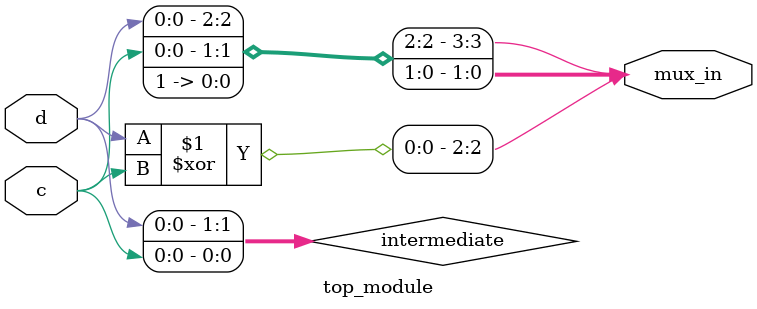
<source format=sv>
module top_module (
    input c,
    input d,
    output [3:0] mux_in
);

wire [1:0] intermediate;

assign mux_in[0] = 1'b1;
assign mux_in[1] = c;
assign mux_in[2] = d ^ c;
assign mux_in[3] = d;

assign intermediate[0] = c;
assign intermediate[1] = d;

endmodule

</source>
